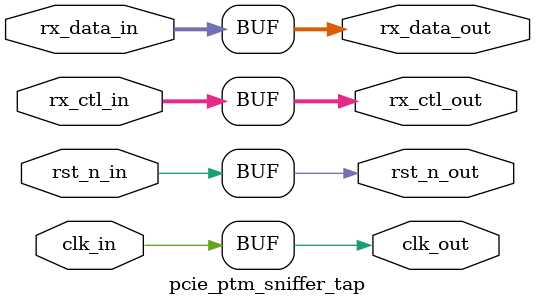
<source format=v>
module pcie_ptm_sniffer_tap (
    (* mark_debug = "true" *)
    input wire         rst_n_in,
    (* mark_debug = "true" *)
    input wire         clk_in,
    (* mark_debug = "true" *)
    input wire [15:0]  rx_data_in,
    (* mark_debug = "true" *)
    input wire [1:0]   rx_ctl_in,

    output wire        rst_n_out,
    output wire        clk_out,
    output wire [15:0] rx_data_out,
    output wire [1:0]  rx_ctl_out
);

    assign rst_n_out   = rst_n_in;
    assign clk_out     = clk_in;
    assign rx_data_out = rx_data_in;
    assign rx_ctl_out  = rx_ctl_in;

endmodule
</source>
